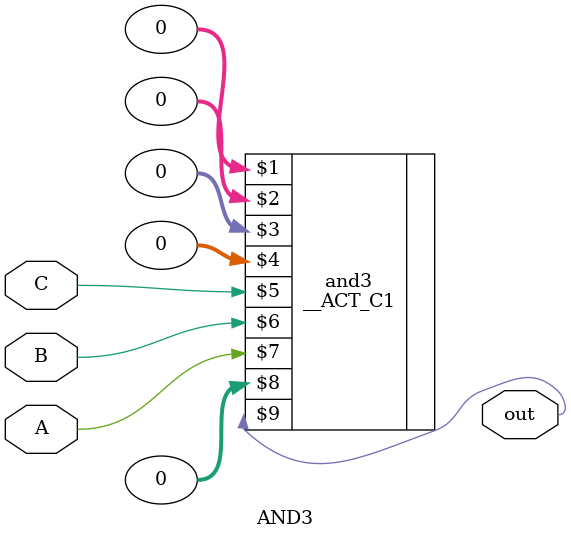
<source format=v>
module AND3 (
    input A, B, C,

    output out
);

    __ACT_C1 and3(0, 0, 0, 0, C, B, A, 0, out);

endmodule
</source>
